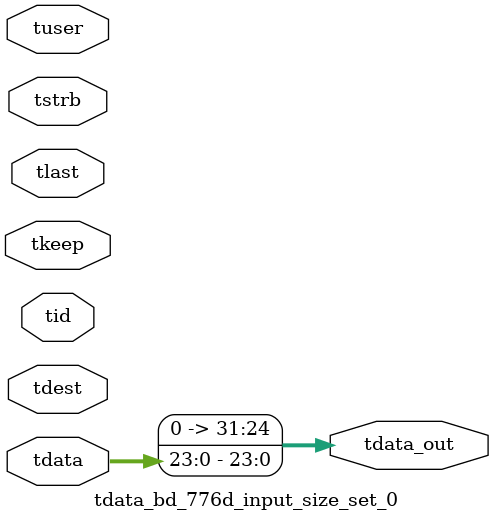
<source format=v>


`timescale 1ps/1ps

module tdata_bd_776d_input_size_set_0 #
(
parameter C_S_AXIS_TDATA_WIDTH = 32,
parameter C_S_AXIS_TUSER_WIDTH = 0,
parameter C_S_AXIS_TID_WIDTH   = 0,
parameter C_S_AXIS_TDEST_WIDTH = 0,
parameter C_M_AXIS_TDATA_WIDTH = 32
)
(
input  [(C_S_AXIS_TDATA_WIDTH == 0 ? 1 : C_S_AXIS_TDATA_WIDTH)-1:0     ] tdata,
input  [(C_S_AXIS_TUSER_WIDTH == 0 ? 1 : C_S_AXIS_TUSER_WIDTH)-1:0     ] tuser,
input  [(C_S_AXIS_TID_WIDTH   == 0 ? 1 : C_S_AXIS_TID_WIDTH)-1:0       ] tid,
input  [(C_S_AXIS_TDEST_WIDTH == 0 ? 1 : C_S_AXIS_TDEST_WIDTH)-1:0     ] tdest,
input  [(C_S_AXIS_TDATA_WIDTH/8)-1:0 ] tkeep,
input  [(C_S_AXIS_TDATA_WIDTH/8)-1:0 ] tstrb,
input                                                                    tlast,
output [C_M_AXIS_TDATA_WIDTH-1:0] tdata_out
);

assign tdata_out = {tdata[23:0]};

endmodule


</source>
